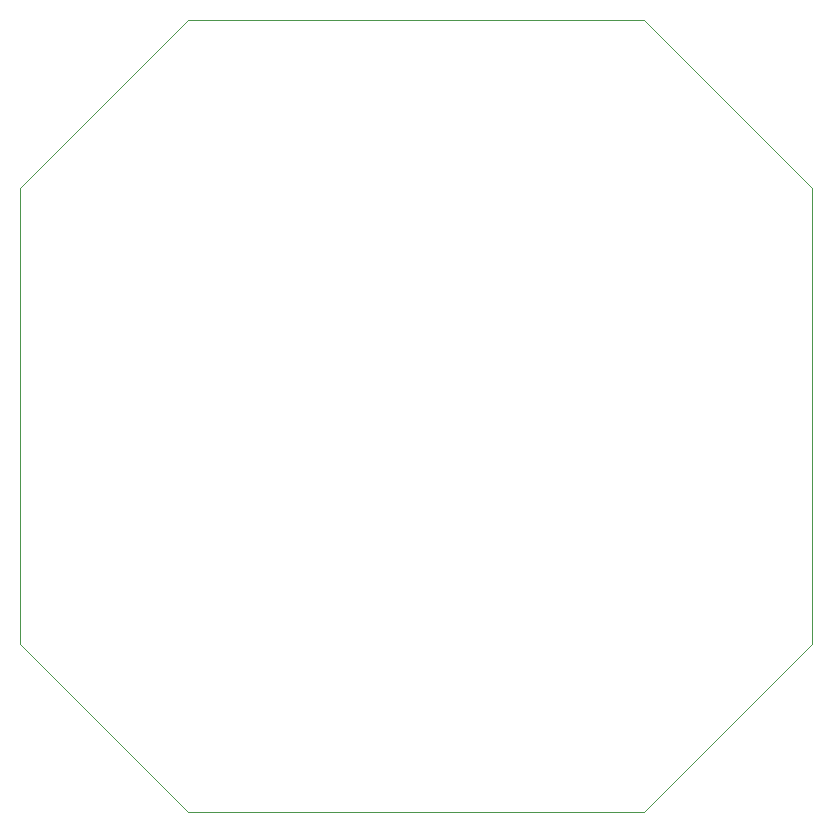
<source format=gbr>
G04 Layer_Color=0*
%FSLAX26Y26*%
%MOIN*%
%TF.FileFunction,Profile,NP*%
%TF.Part,Single*%
G01*
G75*
%TA.AperFunction,Profile*%
%ADD33C,0.001000*%
D33*
X-1320000Y-760000D02*
X-1250000Y-830000D01*
X-830000Y-1250000D01*
X-760000Y-1320000D01*
X760000D01*
X830000Y-1250000D01*
X1250000Y-830000D01*
X1320000Y-760000D01*
Y760000D01*
X1250000Y830000D01*
X830000Y1250000D01*
X760000Y1320000D01*
X-760000D01*
X-830000Y1250000D01*
X-1250000Y830000D01*
X-1320000Y760000D01*
Y-760000D01*
%TF.MD5,a4d546c0c1c3dfb880ed32f63c6d0d60*%
M02*

</source>
